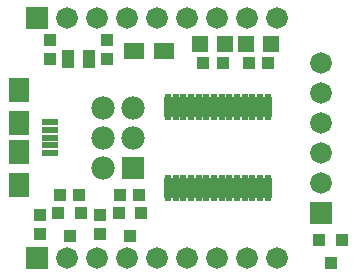
<source format=gts>
G04*
G04 #@! TF.GenerationSoftware,Altium Limited,Altium Designer,19.1.7 (138)*
G04*
G04 Layer_Color=8388736*
%FSLAX25Y25*%
%MOIN*%
G70*
G01*
G75*
%ADD27R,0.03937X0.04331*%
%ADD28R,0.05524X0.05524*%
%ADD29R,0.04134X0.04331*%
%ADD30R,0.03937X0.04134*%
%ADD31R,0.04134X0.03937*%
%ADD32R,0.05709X0.01968*%
%ADD33R,0.06706X0.07887*%
%ADD34R,0.06706X0.08280*%
%ADD35R,0.07099X0.05721*%
%ADD36R,0.04147X0.06312*%
%ADD37O,0.02375X0.09068*%
%ADD38C,0.07800*%
%ADD39R,0.07800X0.07800*%
%ADD40R,0.07200X0.07200*%
%ADD41C,0.07200*%
%ADD42R,0.07200X0.07200*%
D27*
X112652Y11252D02*
D03*
X105144D02*
D03*
X108898Y3472D02*
D03*
X25722Y20268D02*
D03*
X18215D02*
D03*
X21969Y12488D02*
D03*
X45840Y20268D02*
D03*
X38333D02*
D03*
X42087Y12488D02*
D03*
D28*
X88976Y76339D02*
D03*
X80709D02*
D03*
X73701D02*
D03*
X65433D02*
D03*
D29*
X66398Y70276D02*
D03*
X72894D02*
D03*
X81595D02*
D03*
X88091D02*
D03*
D30*
X12087Y13228D02*
D03*
Y19527D02*
D03*
X34370Y77638D02*
D03*
Y71339D02*
D03*
X15473Y77638D02*
D03*
Y71339D02*
D03*
X32047Y13228D02*
D03*
Y19527D02*
D03*
D31*
X38858Y26102D02*
D03*
X45158D02*
D03*
X18858D02*
D03*
X25157D02*
D03*
D32*
X15433Y50394D02*
D03*
Y40157D02*
D03*
Y42717D02*
D03*
Y45276D02*
D03*
Y47835D02*
D03*
D33*
X4902Y29528D02*
D03*
Y61024D02*
D03*
D34*
Y40551D02*
D03*
Y50000D02*
D03*
D35*
X53268Y74016D02*
D03*
X43425D02*
D03*
D36*
X28346Y71339D02*
D03*
X21457D02*
D03*
D37*
X54705Y28307D02*
D03*
X57264D02*
D03*
X59823D02*
D03*
X62382D02*
D03*
X64941D02*
D03*
X67500D02*
D03*
X70059D02*
D03*
X72618D02*
D03*
X75177D02*
D03*
X77736D02*
D03*
X80295D02*
D03*
X82854D02*
D03*
X85413D02*
D03*
X87972D02*
D03*
X54705Y55472D02*
D03*
X57264D02*
D03*
X59823D02*
D03*
X62382D02*
D03*
X64941D02*
D03*
X67500D02*
D03*
X70059D02*
D03*
X72618D02*
D03*
X75177D02*
D03*
X77736D02*
D03*
X80295D02*
D03*
X82854D02*
D03*
X85413D02*
D03*
X87972D02*
D03*
D38*
X33031Y55276D02*
D03*
X43031D02*
D03*
X33031Y35276D02*
D03*
X43031Y45276D02*
D03*
X33031D02*
D03*
D39*
X43031Y35276D02*
D03*
D40*
X105787Y20276D02*
D03*
D41*
Y30276D02*
D03*
Y40276D02*
D03*
Y50276D02*
D03*
Y60276D02*
D03*
Y70276D02*
D03*
X91102Y85276D02*
D03*
X81102D02*
D03*
X61102D02*
D03*
X41102D02*
D03*
X31102D02*
D03*
X21102D02*
D03*
X51102D02*
D03*
X71102D02*
D03*
X91102Y5276D02*
D03*
X81102D02*
D03*
X61102D02*
D03*
X41102D02*
D03*
X31102D02*
D03*
X21102D02*
D03*
X51102D02*
D03*
X71102D02*
D03*
D42*
X11102Y85276D02*
D03*
Y5276D02*
D03*
M02*

</source>
